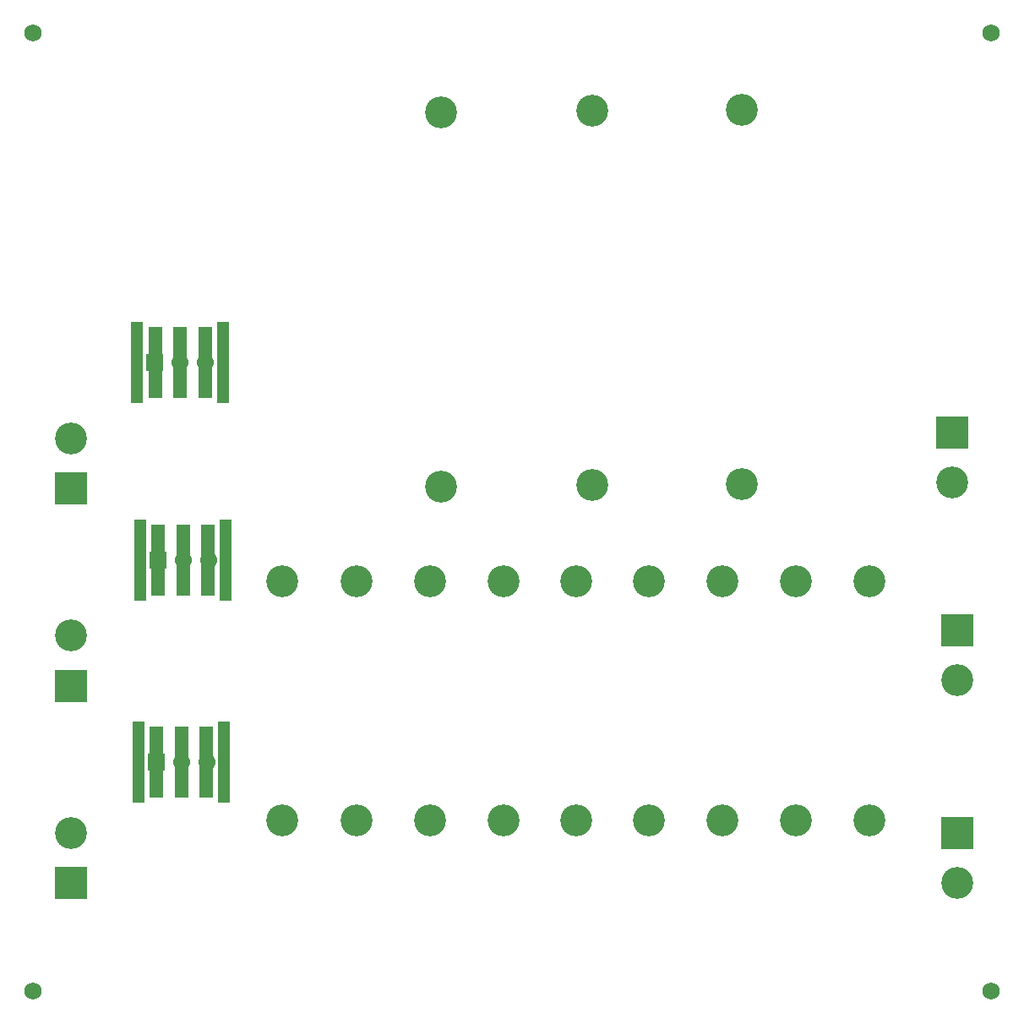
<source format=gbr>
G04 Layer_Color=16711935*
%FSLAX26Y26*%
%MOIN*%
%TF.FileFunction,Soldermask,Bot*%
%TF.Part,Single*%
G01*
G75*
%TA.AperFunction,ComponentPad*%
%ADD24C,0.067055*%
%ADD25R,0.067055X0.067055*%
%ADD26R,0.126110X0.126110*%
%ADD27C,0.126110*%
%TA.AperFunction,WasherPad*%
%ADD28C,0.068000*%
%TA.AperFunction,SMDPad,CuDef*%
%ADD33R,0.056819X0.283591*%
%ADD34R,0.051307X0.322961*%
D24*
X691575Y-2080000D02*
D03*
X591575D02*
D03*
X680000Y-1300000D02*
D03*
X580000D02*
D03*
X685000Y-2875000D02*
D03*
X585000D02*
D03*
D25*
X491575Y-2080000D02*
D03*
X480000Y-1300000D02*
D03*
X485000Y-2875000D02*
D03*
D26*
X3625000Y-1577678D02*
D03*
X3645000Y-2355178D02*
D03*
Y-3156575D02*
D03*
X149449Y-1797402D02*
D03*
Y-2574902D02*
D03*
Y-3352402D02*
D03*
D27*
X3625000Y-1774528D02*
D03*
X3645000Y-2552028D02*
D03*
Y-3353425D02*
D03*
X982598Y-3107441D02*
D03*
Y-2162559D02*
D03*
X1275000Y-3107441D02*
D03*
Y-2162559D02*
D03*
X1565000Y-3107441D02*
D03*
Y-2162559D02*
D03*
X1610000Y-1788189D02*
D03*
Y-311811D02*
D03*
X1855000Y-3107441D02*
D03*
Y-2162559D02*
D03*
X2142599Y-3107441D02*
D03*
Y-2162559D02*
D03*
X2430000Y-3107441D02*
D03*
Y-2162559D02*
D03*
X2205000Y-1783189D02*
D03*
Y-306811D02*
D03*
X2720000Y-3107441D02*
D03*
Y-2162559D02*
D03*
X3010000Y-3107441D02*
D03*
Y-2162559D02*
D03*
X3300000Y-3107441D02*
D03*
Y-2162559D02*
D03*
X2795000Y-1778189D02*
D03*
Y-301811D02*
D03*
X149449Y-1600551D02*
D03*
Y-2378051D02*
D03*
Y-3155551D02*
D03*
D28*
X0Y-3779528D02*
D03*
Y0D02*
D03*
X3779528Y-3779528D02*
D03*
X3779527Y0D02*
D03*
D33*
X591575Y-2080000D02*
D03*
X493150D02*
D03*
X690000D02*
D03*
X580000Y-1300000D02*
D03*
X481575D02*
D03*
X678425D02*
D03*
X585000Y-2875000D02*
D03*
X486575D02*
D03*
X683425D02*
D03*
D34*
X761063Y-2080000D02*
D03*
X422087D02*
D03*
X749488Y-1300000D02*
D03*
X410512D02*
D03*
X754488Y-2875000D02*
D03*
X415512D02*
D03*
%TF.MD5,f26e9ac08ddd4da22d1f05b5b3ccfda9*%
M02*

</source>
